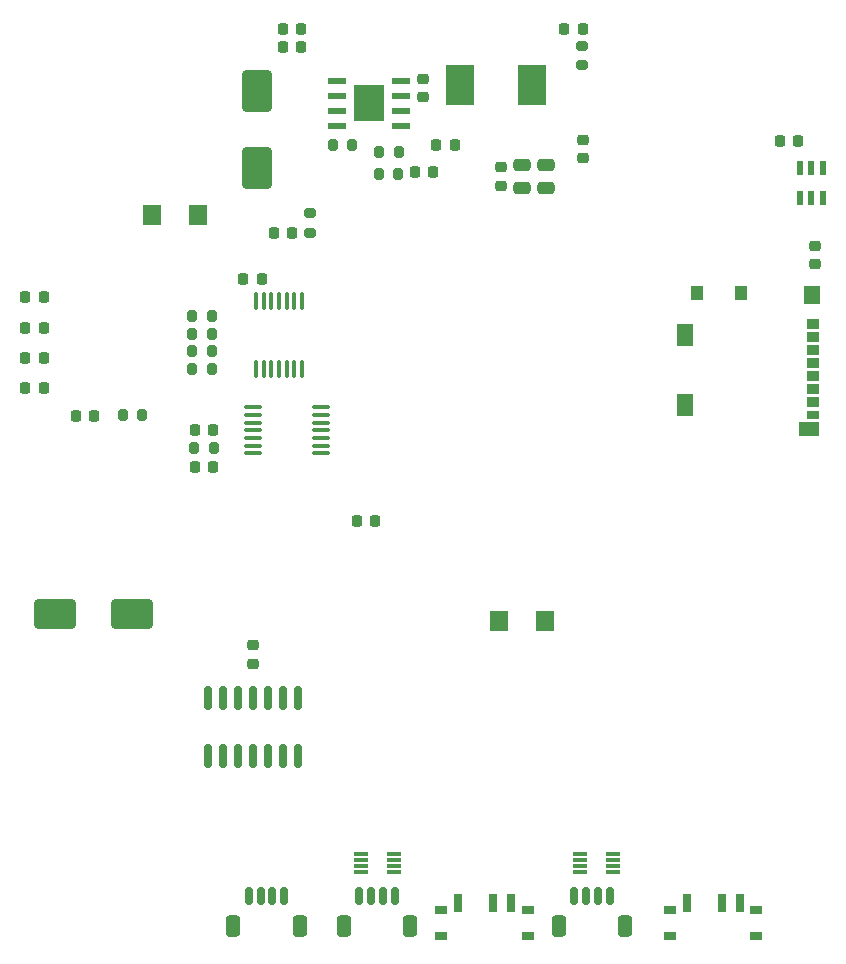
<source format=gbr>
%TF.GenerationSoftware,KiCad,Pcbnew,8.0.3*%
%TF.CreationDate,2024-12-09T22:45:42-06:00*%
%TF.ProjectId,M4_CAN_Feather_Carrier,4d345f43-414e-45f4-9665-61746865725f,6*%
%TF.SameCoordinates,Original*%
%TF.FileFunction,Paste,Top*%
%TF.FilePolarity,Positive*%
%FSLAX46Y46*%
G04 Gerber Fmt 4.6, Leading zero omitted, Abs format (unit mm)*
G04 Created by KiCad (PCBNEW 8.0.3) date 2024-12-09 22:45:42*
%MOMM*%
%LPD*%
G01*
G04 APERTURE LIST*
G04 Aperture macros list*
%AMRoundRect*
0 Rectangle with rounded corners*
0 $1 Rounding radius*
0 $2 $3 $4 $5 $6 $7 $8 $9 X,Y pos of 4 corners*
0 Add a 4 corners polygon primitive as box body*
4,1,4,$2,$3,$4,$5,$6,$7,$8,$9,$2,$3,0*
0 Add four circle primitives for the rounded corners*
1,1,$1+$1,$2,$3*
1,1,$1+$1,$4,$5*
1,1,$1+$1,$6,$7*
1,1,$1+$1,$8,$9*
0 Add four rect primitives between the rounded corners*
20,1,$1+$1,$2,$3,$4,$5,0*
20,1,$1+$1,$4,$5,$6,$7,0*
20,1,$1+$1,$6,$7,$8,$9,0*
20,1,$1+$1,$8,$9,$2,$3,0*%
G04 Aperture macros list end*
%ADD10RoundRect,0.250000X1.500000X1.000000X-1.500000X1.000000X-1.500000X-1.000000X1.500000X-1.000000X0*%
%ADD11RoundRect,0.250000X1.000000X-1.500000X1.000000X1.500000X-1.000000X1.500000X-1.000000X-1.500000X0*%
%ADD12RoundRect,0.225000X0.225000X0.250000X-0.225000X0.250000X-0.225000X-0.250000X0.225000X-0.250000X0*%
%ADD13R,2.600000X3.100000*%
%ADD14R,1.550000X0.600000*%
%ADD15RoundRect,0.200000X0.200000X0.275000X-0.200000X0.275000X-0.200000X-0.275000X0.200000X-0.275000X0*%
%ADD16RoundRect,0.200000X-0.275000X0.200000X-0.275000X-0.200000X0.275000X-0.200000X0.275000X0.200000X0*%
%ADD17RoundRect,0.218750X0.218750X0.256250X-0.218750X0.256250X-0.218750X-0.256250X0.218750X-0.256250X0*%
%ADD18R,1.100000X0.850000*%
%ADD19R,1.100000X0.750000*%
%ADD20R,1.800000X1.170000*%
%ADD21R,1.350000X1.900000*%
%ADD22R,1.000000X1.200000*%
%ADD23R,1.350000X1.550000*%
%ADD24RoundRect,0.250000X-0.475000X0.250000X-0.475000X-0.250000X0.475000X-0.250000X0.475000X0.250000X0*%
%ADD25R,1.520000X1.680000*%
%ADD26RoundRect,0.087500X0.537500X0.087500X-0.537500X0.087500X-0.537500X-0.087500X0.537500X-0.087500X0*%
%ADD27RoundRect,0.200000X0.275000X-0.200000X0.275000X0.200000X-0.275000X0.200000X-0.275000X-0.200000X0*%
%ADD28RoundRect,0.225000X-0.250000X0.225000X-0.250000X-0.225000X0.250000X-0.225000X0.250000X0.225000X0*%
%ADD29RoundRect,0.225000X0.250000X-0.225000X0.250000X0.225000X-0.250000X0.225000X-0.250000X-0.225000X0*%
%ADD30RoundRect,0.100000X0.637500X0.100000X-0.637500X0.100000X-0.637500X-0.100000X0.637500X-0.100000X0*%
%ADD31RoundRect,0.225000X-0.225000X-0.250000X0.225000X-0.250000X0.225000X0.250000X-0.225000X0.250000X0*%
%ADD32R,2.350000X3.500000*%
%ADD33RoundRect,0.150000X-0.150000X0.825000X-0.150000X-0.825000X0.150000X-0.825000X0.150000X0.825000X0*%
%ADD34RoundRect,0.200000X-0.200000X-0.275000X0.200000X-0.275000X0.200000X0.275000X-0.200000X0.275000X0*%
%ADD35RoundRect,0.218750X-0.218750X-0.256250X0.218750X-0.256250X0.218750X0.256250X-0.218750X0.256250X0*%
%ADD36R,0.700000X1.500000*%
%ADD37R,1.000000X0.800000*%
%ADD38R,0.500000X1.250000*%
%ADD39RoundRect,0.100000X-0.100000X0.637500X-0.100000X-0.637500X0.100000X-0.637500X0.100000X0.637500X0*%
%ADD40RoundRect,0.150000X0.150000X0.625000X-0.150000X0.625000X-0.150000X-0.625000X0.150000X-0.625000X0*%
%ADD41RoundRect,0.250000X0.350000X0.650000X-0.350000X0.650000X-0.350000X-0.650000X0.350000X-0.650000X0*%
G04 APERTURE END LIST*
D10*
%TO.C,C26*%
X7750000Y-47900000D03*
X1250000Y-47900000D03*
%TD*%
D11*
%TO.C,C1*%
X18400000Y-10130000D03*
X18400000Y-3630000D03*
%TD*%
D12*
%TO.C,C21*%
X14645000Y-32310000D03*
X13095000Y-32310000D03*
%TD*%
D13*
%TO.C,U1*%
X27850000Y-4670000D03*
D14*
X25150000Y-2765000D03*
X25150000Y-4035000D03*
X25150000Y-5305000D03*
X25150000Y-6575000D03*
X30550000Y-6575000D03*
X30550000Y-5305000D03*
X30550000Y-4035000D03*
X30550000Y-2765000D03*
%TD*%
D15*
%TO.C,R7*%
X8625000Y-31100000D03*
X6975000Y-31100000D03*
%TD*%
D16*
%TO.C,R105*%
X22820000Y-13965000D03*
X22820000Y-15615000D03*
%TD*%
D17*
%TO.C,D1*%
X320000Y-21060000D03*
X-1255000Y-21060000D03*
%TD*%
D18*
%TO.C,X3*%
X65465820Y-23395000D03*
X65465820Y-24495000D03*
X65465820Y-25595000D03*
X65465820Y-26695000D03*
X65465820Y-27795000D03*
X65465820Y-28895000D03*
X65465820Y-29995000D03*
D19*
X65465820Y-31045000D03*
D20*
X65115820Y-32255000D03*
D21*
X54640820Y-30230000D03*
X54640820Y-24260000D03*
D22*
X55615820Y-20760000D03*
X59315820Y-20760000D03*
D23*
X65340820Y-20935000D03*
%TD*%
D24*
%TO.C,C8*%
X40790000Y-9910000D03*
X40790000Y-11810000D03*
%TD*%
D17*
%TO.C,D2*%
X320000Y-28752300D03*
X-1255000Y-28752300D03*
%TD*%
%TO.C,D4*%
X320000Y-23672300D03*
X-1255000Y-23672300D03*
%TD*%
D25*
%TO.C,D101*%
X13350000Y-14150000D03*
X9450000Y-14150000D03*
%TD*%
D26*
%TO.C,U7*%
X48520000Y-69750000D03*
X48520000Y-69250000D03*
X48520000Y-68750000D03*
X48520000Y-68250000D03*
X45720000Y-68250000D03*
X45720000Y-68750000D03*
X45720000Y-69250000D03*
X45720000Y-69750000D03*
%TD*%
D27*
%TO.C,R104*%
X45910000Y-1455000D03*
X45910000Y195000D03*
%TD*%
D28*
%TO.C,C10*%
X45950000Y-7765000D03*
X45950000Y-9315000D03*
%TD*%
D17*
%TO.C,D3*%
X332500Y-26210000D03*
X-1242500Y-26210000D03*
%TD*%
D12*
%TO.C,C3*%
X22090000Y1640000D03*
X20540000Y1640000D03*
%TD*%
D29*
%TO.C,C22*%
X18030000Y-52125000D03*
X18030000Y-50575000D03*
%TD*%
D15*
%TO.C,R3*%
X14537000Y-24168500D03*
X12887000Y-24168500D03*
%TD*%
D30*
%TO.C,U3*%
X23762500Y-34300000D03*
X23762500Y-33650000D03*
X23762500Y-33000000D03*
X23762500Y-32350000D03*
X23762500Y-31700000D03*
X23762500Y-31050000D03*
X23762500Y-30400000D03*
X18037500Y-30400000D03*
X18037500Y-31050000D03*
X18037500Y-31700000D03*
X18037500Y-32350000D03*
X18037500Y-33000000D03*
X18037500Y-33650000D03*
X18037500Y-34300000D03*
%TD*%
D31*
%TO.C,C24*%
X26835000Y-40000000D03*
X28385000Y-40000000D03*
%TD*%
D12*
%TO.C,C20*%
X14652500Y-35470000D03*
X13102500Y-35470000D03*
%TD*%
D32*
%TO.C,L1*%
X35555000Y-3120000D03*
X41605000Y-3120000D03*
%TD*%
D33*
%TO.C,U4*%
X21844000Y-55019400D03*
X20574000Y-55019400D03*
X19304000Y-55019400D03*
X18034000Y-55019400D03*
X16764000Y-55019400D03*
X15494000Y-55019400D03*
X14224000Y-55019400D03*
X14224000Y-59969400D03*
X15494000Y-59969400D03*
X16764000Y-59969400D03*
X18034000Y-59969400D03*
X19304000Y-59969400D03*
X20574000Y-59969400D03*
X21844000Y-59969400D03*
%TD*%
D12*
%TO.C,C11*%
X64150000Y-7900000D03*
X62600000Y-7900000D03*
%TD*%
%TO.C,C2*%
X22090000Y70000D03*
X20540000Y70000D03*
%TD*%
D31*
%TO.C,C23*%
X17215000Y-19520000D03*
X18765000Y-19520000D03*
%TD*%
D24*
%TO.C,C7*%
X42830000Y-9910000D03*
X42830000Y-11810000D03*
%TD*%
D34*
%TO.C,R101*%
X24755000Y-8240000D03*
X26405000Y-8240000D03*
%TD*%
D35*
%TO.C,D102*%
X44372500Y1620000D03*
X45947500Y1620000D03*
%TD*%
D26*
%TO.C,U8*%
X30000000Y-69750000D03*
X30000000Y-69250000D03*
X30000000Y-68750000D03*
X30000000Y-68250000D03*
X27200000Y-68250000D03*
X27200000Y-68750000D03*
X27200000Y-69250000D03*
X27200000Y-69750000D03*
%TD*%
D31*
%TO.C,C6*%
X31755000Y-10460000D03*
X33305000Y-10460000D03*
%TD*%
D36*
%TO.C,S2*%
X35370000Y-72350000D03*
X38370000Y-72350000D03*
X39870000Y-72350000D03*
D37*
X33970000Y-73000000D03*
X33970000Y-75200000D03*
X41270000Y-73000000D03*
X41270000Y-75200000D03*
%TD*%
D34*
%TO.C,R103*%
X28705000Y-8780000D03*
X30355000Y-8780000D03*
%TD*%
D38*
%TO.C,IC1*%
X64350000Y-12650000D03*
X65300000Y-12650000D03*
X66250000Y-12650000D03*
X66250000Y-10150000D03*
X65300000Y-10150000D03*
X64350000Y-10150000D03*
%TD*%
D36*
%TO.C,S1*%
X54730000Y-72350000D03*
X57730000Y-72350000D03*
X59230000Y-72350000D03*
D37*
X53330000Y-73000000D03*
X53330000Y-75200000D03*
X60630000Y-73000000D03*
X60630000Y-75200000D03*
%TD*%
D39*
%TO.C,U5*%
X22175000Y-21437500D03*
X21525000Y-21437500D03*
X20875000Y-21437500D03*
X20225000Y-21437500D03*
X19575000Y-21437500D03*
X18925000Y-21437500D03*
X18275000Y-21437500D03*
X18275000Y-27162500D03*
X18925000Y-27162500D03*
X19575000Y-27162500D03*
X20225000Y-27162500D03*
X20875000Y-27162500D03*
X21525000Y-27162500D03*
X22175000Y-27162500D03*
%TD*%
D29*
%TO.C,C5*%
X32390000Y-4175000D03*
X32390000Y-2625000D03*
%TD*%
D25*
%TO.C,D6*%
X38820000Y-48520000D03*
X42720000Y-48520000D03*
%TD*%
D15*
%TO.C,R2*%
X14537000Y-25670000D03*
X12887000Y-25670000D03*
%TD*%
D40*
%TO.C,X4*%
X48220000Y-71785000D03*
X47220000Y-71785000D03*
X46220000Y-71785000D03*
X45220000Y-71785000D03*
D41*
X49520000Y-74310000D03*
X43920000Y-74310000D03*
%TD*%
D40*
%TO.C,X1*%
X20660000Y-71818800D03*
X19660000Y-71818800D03*
X18660000Y-71818800D03*
X17660000Y-71818800D03*
D41*
X21960000Y-74343800D03*
X16360000Y-74343800D03*
%TD*%
D40*
%TO.C,X2*%
X30029200Y-71785000D03*
X29029200Y-71785000D03*
X28029200Y-71785000D03*
X27029200Y-71785000D03*
D41*
X31329200Y-74310000D03*
X25729200Y-74310000D03*
%TD*%
D15*
%TO.C,R1*%
X14537000Y-27168500D03*
X12887000Y-27168500D03*
%TD*%
D17*
%TO.C,D8*%
X4577500Y-31140000D03*
X3002500Y-31140000D03*
%TD*%
D15*
%TO.C,R6*%
X14695000Y-33880000D03*
X13045000Y-33880000D03*
%TD*%
%TO.C,R102*%
X30335000Y-10690000D03*
X28685000Y-10690000D03*
%TD*%
D35*
%TO.C,D103*%
X19772500Y-15680000D03*
X21347500Y-15680000D03*
%TD*%
D28*
%TO.C,C9*%
X39020000Y-10105000D03*
X39020000Y-11655000D03*
%TD*%
D15*
%TO.C,R4*%
X14537000Y-22670000D03*
X12887000Y-22670000D03*
%TD*%
D29*
%TO.C,C25*%
X65600000Y-18275000D03*
X65600000Y-16725000D03*
%TD*%
D31*
%TO.C,C4*%
X33535000Y-8240000D03*
X35085000Y-8240000D03*
%TD*%
M02*

</source>
